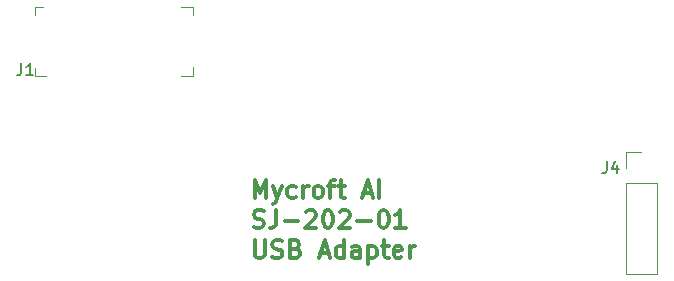
<source format=gbr>
%TF.GenerationSoftware,KiCad,Pcbnew,(5.1.6)-1*%
%TF.CreationDate,2020-09-27T13:04:45-07:00*%
%TF.ProjectId,SJ-202-USB-Jumper,534a2d32-3032-42d5-9553-422d4a756d70,rev?*%
%TF.SameCoordinates,Original*%
%TF.FileFunction,Legend,Top*%
%TF.FilePolarity,Positive*%
%FSLAX46Y46*%
G04 Gerber Fmt 4.6, Leading zero omitted, Abs format (unit mm)*
G04 Created by KiCad (PCBNEW (5.1.6)-1) date 2020-09-27 13:04:45*
%MOMM*%
%LPD*%
G01*
G04 APERTURE LIST*
%ADD10C,0.300000*%
%ADD11C,0.120000*%
%ADD12C,0.100000*%
%ADD13C,0.150000*%
G04 APERTURE END LIST*
D10*
X41552142Y-69828571D02*
X41552142Y-68328571D01*
X42052142Y-69400000D01*
X42552142Y-68328571D01*
X42552142Y-69828571D01*
X43123571Y-68828571D02*
X43480714Y-69828571D01*
X43837857Y-68828571D02*
X43480714Y-69828571D01*
X43337857Y-70185714D01*
X43266428Y-70257142D01*
X43123571Y-70328571D01*
X45052142Y-69757142D02*
X44909285Y-69828571D01*
X44623571Y-69828571D01*
X44480714Y-69757142D01*
X44409285Y-69685714D01*
X44337857Y-69542857D01*
X44337857Y-69114285D01*
X44409285Y-68971428D01*
X44480714Y-68900000D01*
X44623571Y-68828571D01*
X44909285Y-68828571D01*
X45052142Y-68900000D01*
X45695000Y-69828571D02*
X45695000Y-68828571D01*
X45695000Y-69114285D02*
X45766428Y-68971428D01*
X45837857Y-68900000D01*
X45980714Y-68828571D01*
X46123571Y-68828571D01*
X46837857Y-69828571D02*
X46695000Y-69757142D01*
X46623571Y-69685714D01*
X46552142Y-69542857D01*
X46552142Y-69114285D01*
X46623571Y-68971428D01*
X46695000Y-68900000D01*
X46837857Y-68828571D01*
X47052142Y-68828571D01*
X47195000Y-68900000D01*
X47266428Y-68971428D01*
X47337857Y-69114285D01*
X47337857Y-69542857D01*
X47266428Y-69685714D01*
X47195000Y-69757142D01*
X47052142Y-69828571D01*
X46837857Y-69828571D01*
X47766428Y-68828571D02*
X48337857Y-68828571D01*
X47980714Y-69828571D02*
X47980714Y-68542857D01*
X48052142Y-68400000D01*
X48195000Y-68328571D01*
X48337857Y-68328571D01*
X48623571Y-68828571D02*
X49195000Y-68828571D01*
X48837857Y-68328571D02*
X48837857Y-69614285D01*
X48909285Y-69757142D01*
X49052142Y-69828571D01*
X49195000Y-69828571D01*
X50766428Y-69400000D02*
X51480714Y-69400000D01*
X50623571Y-69828571D02*
X51123571Y-68328571D01*
X51623571Y-69828571D01*
X52123571Y-69828571D02*
X52123571Y-68328571D01*
X41480714Y-72307142D02*
X41695000Y-72378571D01*
X42052142Y-72378571D01*
X42195000Y-72307142D01*
X42266428Y-72235714D01*
X42337857Y-72092857D01*
X42337857Y-71950000D01*
X42266428Y-71807142D01*
X42195000Y-71735714D01*
X42052142Y-71664285D01*
X41766428Y-71592857D01*
X41623571Y-71521428D01*
X41552142Y-71450000D01*
X41480714Y-71307142D01*
X41480714Y-71164285D01*
X41552142Y-71021428D01*
X41623571Y-70950000D01*
X41766428Y-70878571D01*
X42123571Y-70878571D01*
X42337857Y-70950000D01*
X43409285Y-70878571D02*
X43409285Y-71950000D01*
X43337857Y-72164285D01*
X43195000Y-72307142D01*
X42980714Y-72378571D01*
X42837857Y-72378571D01*
X44123571Y-71807142D02*
X45266428Y-71807142D01*
X45909285Y-71021428D02*
X45980714Y-70950000D01*
X46123571Y-70878571D01*
X46480714Y-70878571D01*
X46623571Y-70950000D01*
X46695000Y-71021428D01*
X46766428Y-71164285D01*
X46766428Y-71307142D01*
X46695000Y-71521428D01*
X45837857Y-72378571D01*
X46766428Y-72378571D01*
X47695000Y-70878571D02*
X47837857Y-70878571D01*
X47980714Y-70950000D01*
X48052142Y-71021428D01*
X48123571Y-71164285D01*
X48195000Y-71450000D01*
X48195000Y-71807142D01*
X48123571Y-72092857D01*
X48052142Y-72235714D01*
X47980714Y-72307142D01*
X47837857Y-72378571D01*
X47695000Y-72378571D01*
X47552142Y-72307142D01*
X47480714Y-72235714D01*
X47409285Y-72092857D01*
X47337857Y-71807142D01*
X47337857Y-71450000D01*
X47409285Y-71164285D01*
X47480714Y-71021428D01*
X47552142Y-70950000D01*
X47695000Y-70878571D01*
X48766428Y-71021428D02*
X48837857Y-70950000D01*
X48980714Y-70878571D01*
X49337857Y-70878571D01*
X49480714Y-70950000D01*
X49552142Y-71021428D01*
X49623571Y-71164285D01*
X49623571Y-71307142D01*
X49552142Y-71521428D01*
X48695000Y-72378571D01*
X49623571Y-72378571D01*
X50266428Y-71807142D02*
X51409285Y-71807142D01*
X52409285Y-70878571D02*
X52552142Y-70878571D01*
X52695000Y-70950000D01*
X52766428Y-71021428D01*
X52837857Y-71164285D01*
X52909285Y-71450000D01*
X52909285Y-71807142D01*
X52837857Y-72092857D01*
X52766428Y-72235714D01*
X52695000Y-72307142D01*
X52552142Y-72378571D01*
X52409285Y-72378571D01*
X52266428Y-72307142D01*
X52195000Y-72235714D01*
X52123571Y-72092857D01*
X52052142Y-71807142D01*
X52052142Y-71450000D01*
X52123571Y-71164285D01*
X52195000Y-71021428D01*
X52266428Y-70950000D01*
X52409285Y-70878571D01*
X54337857Y-72378571D02*
X53480714Y-72378571D01*
X53909285Y-72378571D02*
X53909285Y-70878571D01*
X53766428Y-71092857D01*
X53623571Y-71235714D01*
X53480714Y-71307142D01*
X41552142Y-73428571D02*
X41552142Y-74642857D01*
X41623571Y-74785714D01*
X41695000Y-74857142D01*
X41837857Y-74928571D01*
X42123571Y-74928571D01*
X42266428Y-74857142D01*
X42337857Y-74785714D01*
X42409285Y-74642857D01*
X42409285Y-73428571D01*
X43052142Y-74857142D02*
X43266428Y-74928571D01*
X43623571Y-74928571D01*
X43766428Y-74857142D01*
X43837857Y-74785714D01*
X43909285Y-74642857D01*
X43909285Y-74500000D01*
X43837857Y-74357142D01*
X43766428Y-74285714D01*
X43623571Y-74214285D01*
X43337857Y-74142857D01*
X43195000Y-74071428D01*
X43123571Y-74000000D01*
X43052142Y-73857142D01*
X43052142Y-73714285D01*
X43123571Y-73571428D01*
X43195000Y-73500000D01*
X43337857Y-73428571D01*
X43695000Y-73428571D01*
X43909285Y-73500000D01*
X45052142Y-74142857D02*
X45266428Y-74214285D01*
X45337857Y-74285714D01*
X45409285Y-74428571D01*
X45409285Y-74642857D01*
X45337857Y-74785714D01*
X45266428Y-74857142D01*
X45123571Y-74928571D01*
X44552142Y-74928571D01*
X44552142Y-73428571D01*
X45052142Y-73428571D01*
X45195000Y-73500000D01*
X45266428Y-73571428D01*
X45337857Y-73714285D01*
X45337857Y-73857142D01*
X45266428Y-74000000D01*
X45195000Y-74071428D01*
X45052142Y-74142857D01*
X44552142Y-74142857D01*
X47123571Y-74500000D02*
X47837857Y-74500000D01*
X46980714Y-74928571D02*
X47480714Y-73428571D01*
X47980714Y-74928571D01*
X49123571Y-74928571D02*
X49123571Y-73428571D01*
X49123571Y-74857142D02*
X48980714Y-74928571D01*
X48695000Y-74928571D01*
X48552142Y-74857142D01*
X48480714Y-74785714D01*
X48409285Y-74642857D01*
X48409285Y-74214285D01*
X48480714Y-74071428D01*
X48552142Y-74000000D01*
X48695000Y-73928571D01*
X48980714Y-73928571D01*
X49123571Y-74000000D01*
X50480714Y-74928571D02*
X50480714Y-74142857D01*
X50409285Y-74000000D01*
X50266428Y-73928571D01*
X49980714Y-73928571D01*
X49837857Y-74000000D01*
X50480714Y-74857142D02*
X50337857Y-74928571D01*
X49980714Y-74928571D01*
X49837857Y-74857142D01*
X49766428Y-74714285D01*
X49766428Y-74571428D01*
X49837857Y-74428571D01*
X49980714Y-74357142D01*
X50337857Y-74357142D01*
X50480714Y-74285714D01*
X51195000Y-73928571D02*
X51195000Y-75428571D01*
X51195000Y-74000000D02*
X51337857Y-73928571D01*
X51623571Y-73928571D01*
X51766428Y-74000000D01*
X51837857Y-74071428D01*
X51909285Y-74214285D01*
X51909285Y-74642857D01*
X51837857Y-74785714D01*
X51766428Y-74857142D01*
X51623571Y-74928571D01*
X51337857Y-74928571D01*
X51195000Y-74857142D01*
X52337857Y-73928571D02*
X52909285Y-73928571D01*
X52552142Y-73428571D02*
X52552142Y-74714285D01*
X52623571Y-74857142D01*
X52766428Y-74928571D01*
X52909285Y-74928571D01*
X53980714Y-74857142D02*
X53837857Y-74928571D01*
X53552142Y-74928571D01*
X53409285Y-74857142D01*
X53337857Y-74714285D01*
X53337857Y-74142857D01*
X53409285Y-74000000D01*
X53552142Y-73928571D01*
X53837857Y-73928571D01*
X53980714Y-74000000D01*
X54052142Y-74142857D01*
X54052142Y-74285714D01*
X53337857Y-74428571D01*
X54695000Y-74928571D02*
X54695000Y-73928571D01*
X54695000Y-74214285D02*
X54766428Y-74071428D01*
X54837857Y-74000000D01*
X54980714Y-73928571D01*
X55123571Y-73928571D01*
D11*
%TO.C,J4*%
X72970000Y-76250000D02*
X75630000Y-76250000D01*
X72970000Y-68570000D02*
X72970000Y-76250000D01*
X75630000Y-68570000D02*
X75630000Y-76250000D01*
X72970000Y-68570000D02*
X75630000Y-68570000D01*
X72970000Y-67300000D02*
X72970000Y-65970000D01*
X72970000Y-65970000D02*
X74300000Y-65970000D01*
D12*
%TO.C,J1*%
X22975000Y-59527000D02*
X22975000Y-58802000D01*
X23925000Y-59527000D02*
X22975000Y-59527000D01*
X36325000Y-59527000D02*
X36325000Y-58727000D01*
X35300000Y-59527000D02*
X36325000Y-59527000D01*
X22975000Y-53670000D02*
X23675000Y-53670000D01*
X22975000Y-54320000D02*
X22975000Y-53670000D01*
X36325000Y-53670000D02*
X36325000Y-54345000D01*
X35350000Y-53670000D02*
X36325000Y-53670000D01*
%TO.C,J4*%
D13*
X71366666Y-66752380D02*
X71366666Y-67466666D01*
X71319047Y-67609523D01*
X71223809Y-67704761D01*
X71080952Y-67752380D01*
X70985714Y-67752380D01*
X72271428Y-67085714D02*
X72271428Y-67752380D01*
X72033333Y-66704761D02*
X71795238Y-67419047D01*
X72414285Y-67419047D01*
%TO.C,J1*%
X21816666Y-58452380D02*
X21816666Y-59166666D01*
X21769047Y-59309523D01*
X21673809Y-59404761D01*
X21530952Y-59452380D01*
X21435714Y-59452380D01*
X22816666Y-59452380D02*
X22245238Y-59452380D01*
X22530952Y-59452380D02*
X22530952Y-58452380D01*
X22435714Y-58595238D01*
X22340476Y-58690476D01*
X22245238Y-58738095D01*
%TD*%
M02*

</source>
